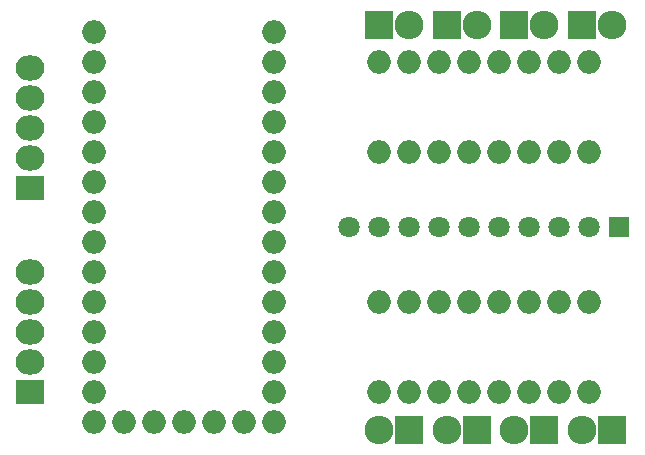
<source format=gbs>
G04 #@! TF.FileFunction,Soldermask,Bot*
%FSLAX46Y46*%
G04 Gerber Fmt 4.6, Leading zero omitted, Abs format (unit mm)*
G04 Created by KiCad (PCBNEW 4.0.1-stable) date 27/12/2015 00:21:35*
%MOMM*%
G01*
G04 APERTURE LIST*
%ADD10C,0.100000*%
%ADD11O,2.000000X2.000000*%
%ADD12R,1.797000X1.797000*%
%ADD13C,1.797000*%
%ADD14R,2.432000X2.432000*%
%ADD15O,2.432000X2.432000*%
%ADD16R,2.432000X2.127200*%
%ADD17O,2.432000X2.127200*%
G04 APERTURE END LIST*
D10*
D11*
X90805000Y-114300000D03*
X85725000Y-114300000D03*
X88265000Y-114300000D03*
X83185000Y-114300000D03*
X78105000Y-114300000D03*
X78105000Y-81280000D03*
X78105000Y-83820000D03*
X78105000Y-86360000D03*
X78105000Y-88900000D03*
X78105000Y-91440000D03*
X78105000Y-93980000D03*
X78105000Y-96520000D03*
X78105000Y-99060000D03*
X78105000Y-101600000D03*
X78105000Y-104140000D03*
X78105000Y-106680000D03*
X78105000Y-109220000D03*
X78105000Y-111760000D03*
X80645000Y-114300000D03*
X93345000Y-114300000D03*
X93345000Y-111760000D03*
X93345000Y-109220000D03*
X93345000Y-106680000D03*
X93345000Y-104140000D03*
X93345000Y-101600000D03*
X93345000Y-99060000D03*
X93345000Y-96520000D03*
X93345000Y-93980000D03*
X93345000Y-91440000D03*
X93345000Y-88900000D03*
X93345000Y-86360000D03*
X93345000Y-83820000D03*
X93345000Y-81280000D03*
D12*
X122555000Y-97790000D03*
D13*
X120015000Y-97790000D03*
X117475000Y-97790000D03*
X114935000Y-97790000D03*
X112395000Y-97790000D03*
X109855000Y-97790000D03*
X107315000Y-97790000D03*
X104775000Y-97790000D03*
X102235000Y-97790000D03*
X99695000Y-97790000D03*
D11*
X102235000Y-91440000D03*
X104775000Y-91440000D03*
X107315000Y-91440000D03*
X109855000Y-91440000D03*
X112395000Y-91440000D03*
X114935000Y-91440000D03*
X117475000Y-91440000D03*
X120015000Y-91440000D03*
X120015000Y-83820000D03*
X117475000Y-83820000D03*
X114935000Y-83820000D03*
X112395000Y-83820000D03*
X109855000Y-83820000D03*
X107315000Y-83820000D03*
X104775000Y-83820000D03*
X102235000Y-83820000D03*
X102235000Y-111760000D03*
X104775000Y-111760000D03*
X107315000Y-111760000D03*
X109855000Y-111760000D03*
X112395000Y-111760000D03*
X114935000Y-111760000D03*
X117475000Y-111760000D03*
X120015000Y-111760000D03*
X120015000Y-104140000D03*
X117475000Y-104140000D03*
X114935000Y-104140000D03*
X112395000Y-104140000D03*
X109855000Y-104140000D03*
X107315000Y-104140000D03*
X104775000Y-104140000D03*
X102235000Y-104140000D03*
D14*
X102235000Y-80645000D03*
D15*
X104775000Y-80645000D03*
D14*
X119380000Y-80645000D03*
D15*
X121920000Y-80645000D03*
D14*
X104775000Y-114935000D03*
D15*
X102235000Y-114935000D03*
D14*
X116205000Y-114935000D03*
D15*
X113665000Y-114935000D03*
D14*
X110490000Y-114935000D03*
D15*
X107950000Y-114935000D03*
D16*
X72644000Y-111760000D03*
D17*
X72644000Y-109220000D03*
X72644000Y-106680000D03*
X72644000Y-104140000D03*
X72644000Y-101600000D03*
D16*
X72644000Y-94488000D03*
D17*
X72644000Y-91948000D03*
X72644000Y-89408000D03*
X72644000Y-86868000D03*
X72644000Y-84328000D03*
D14*
X113665000Y-80645000D03*
D15*
X116205000Y-80645000D03*
D14*
X107950000Y-80645000D03*
D15*
X110490000Y-80645000D03*
D14*
X121920000Y-114935000D03*
D15*
X119380000Y-114935000D03*
M02*

</source>
